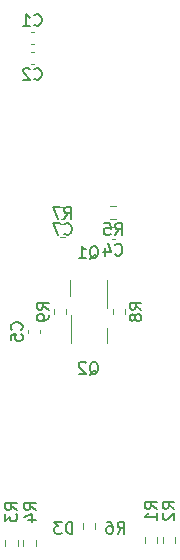
<source format=gbr>
%TF.GenerationSoftware,KiCad,Pcbnew,(6.0.9)*%
%TF.CreationDate,2022-11-21T22:18:44+02:00*%
%TF.ProjectId,esp32s2_devboard,65737033-3273-4325-9f64-6576626f6172,rev?*%
%TF.SameCoordinates,Original*%
%TF.FileFunction,Legend,Bot*%
%TF.FilePolarity,Positive*%
%FSLAX46Y46*%
G04 Gerber Fmt 4.6, Leading zero omitted, Abs format (unit mm)*
G04 Created by KiCad (PCBNEW (6.0.9)) date 2022-11-21 22:18:44*
%MOMM*%
%LPD*%
G01*
G04 APERTURE LIST*
%ADD10C,0.150000*%
%ADD11C,0.120000*%
G04 APERTURE END LIST*
D10*
%TO.C,D3*%
X161138095Y-93252380D02*
X161138095Y-92252380D01*
X160900000Y-92252380D01*
X160757142Y-92300000D01*
X160661904Y-92395238D01*
X160614285Y-92490476D01*
X160566666Y-92680952D01*
X160566666Y-92823809D01*
X160614285Y-93014285D01*
X160661904Y-93109523D01*
X160757142Y-93204761D01*
X160900000Y-93252380D01*
X161138095Y-93252380D01*
X160233333Y-92252380D02*
X159614285Y-92252380D01*
X159947619Y-92633333D01*
X159804761Y-92633333D01*
X159709523Y-92680952D01*
X159661904Y-92728571D01*
X159614285Y-92823809D01*
X159614285Y-93061904D01*
X159661904Y-93157142D01*
X159709523Y-93204761D01*
X159804761Y-93252380D01*
X160090476Y-93252380D01*
X160185714Y-93204761D01*
X160233333Y-93157142D01*
%TO.C,R9*%
X159122380Y-74283333D02*
X158646190Y-73950000D01*
X159122380Y-73711904D02*
X158122380Y-73711904D01*
X158122380Y-74092857D01*
X158170000Y-74188095D01*
X158217619Y-74235714D01*
X158312857Y-74283333D01*
X158455714Y-74283333D01*
X158550952Y-74235714D01*
X158598571Y-74188095D01*
X158646190Y-74092857D01*
X158646190Y-73711904D01*
X159122380Y-74759523D02*
X159122380Y-74950000D01*
X159074761Y-75045238D01*
X159027142Y-75092857D01*
X158884285Y-75188095D01*
X158693809Y-75235714D01*
X158312857Y-75235714D01*
X158217619Y-75188095D01*
X158170000Y-75140476D01*
X158122380Y-75045238D01*
X158122380Y-74854761D01*
X158170000Y-74759523D01*
X158217619Y-74711904D01*
X158312857Y-74664285D01*
X158550952Y-74664285D01*
X158646190Y-74711904D01*
X158693809Y-74759523D01*
X158741428Y-74854761D01*
X158741428Y-75045238D01*
X158693809Y-75140476D01*
X158646190Y-75188095D01*
X158550952Y-75235714D01*
%TO.C,R6*%
X164966666Y-93252380D02*
X165300000Y-92776190D01*
X165538095Y-93252380D02*
X165538095Y-92252380D01*
X165157142Y-92252380D01*
X165061904Y-92300000D01*
X165014285Y-92347619D01*
X164966666Y-92442857D01*
X164966666Y-92585714D01*
X165014285Y-92680952D01*
X165061904Y-92728571D01*
X165157142Y-92776190D01*
X165538095Y-92776190D01*
X164109523Y-92252380D02*
X164300000Y-92252380D01*
X164395238Y-92300000D01*
X164442857Y-92347619D01*
X164538095Y-92490476D01*
X164585714Y-92680952D01*
X164585714Y-93061904D01*
X164538095Y-93157142D01*
X164490476Y-93204761D01*
X164395238Y-93252380D01*
X164204761Y-93252380D01*
X164109523Y-93204761D01*
X164061904Y-93157142D01*
X164014285Y-93061904D01*
X164014285Y-92823809D01*
X164061904Y-92728571D01*
X164109523Y-92680952D01*
X164204761Y-92633333D01*
X164395238Y-92633333D01*
X164490476Y-92680952D01*
X164538095Y-92728571D01*
X164585714Y-92823809D01*
%TO.C,R4*%
X158052380Y-91233333D02*
X157576190Y-90900000D01*
X158052380Y-90661904D02*
X157052380Y-90661904D01*
X157052380Y-91042857D01*
X157100000Y-91138095D01*
X157147619Y-91185714D01*
X157242857Y-91233333D01*
X157385714Y-91233333D01*
X157480952Y-91185714D01*
X157528571Y-91138095D01*
X157576190Y-91042857D01*
X157576190Y-90661904D01*
X157385714Y-92090476D02*
X158052380Y-92090476D01*
X157004761Y-91852380D02*
X157719047Y-91614285D01*
X157719047Y-92233333D01*
%TO.C,R3*%
X156452380Y-91233333D02*
X155976190Y-90900000D01*
X156452380Y-90661904D02*
X155452380Y-90661904D01*
X155452380Y-91042857D01*
X155500000Y-91138095D01*
X155547619Y-91185714D01*
X155642857Y-91233333D01*
X155785714Y-91233333D01*
X155880952Y-91185714D01*
X155928571Y-91138095D01*
X155976190Y-91042857D01*
X155976190Y-90661904D01*
X155452380Y-91566666D02*
X155452380Y-92185714D01*
X155833333Y-91852380D01*
X155833333Y-91995238D01*
X155880952Y-92090476D01*
X155928571Y-92138095D01*
X156023809Y-92185714D01*
X156261904Y-92185714D01*
X156357142Y-92138095D01*
X156404761Y-92090476D01*
X156452380Y-91995238D01*
X156452380Y-91709523D01*
X156404761Y-91614285D01*
X156357142Y-91566666D01*
%TO.C,Q2*%
X162595238Y-79797620D02*
X162690476Y-79750001D01*
X162785714Y-79654762D01*
X162928571Y-79511905D01*
X163023809Y-79464286D01*
X163119047Y-79464286D01*
X163071428Y-79702381D02*
X163166666Y-79654762D01*
X163261904Y-79559524D01*
X163309523Y-79369048D01*
X163309523Y-79035715D01*
X163261904Y-78845239D01*
X163166666Y-78750001D01*
X163071428Y-78702381D01*
X162880952Y-78702381D01*
X162785714Y-78750001D01*
X162690476Y-78845239D01*
X162642857Y-79035715D01*
X162642857Y-79369048D01*
X162690476Y-79559524D01*
X162785714Y-79654762D01*
X162880952Y-79702381D01*
X163071428Y-79702381D01*
X162261904Y-78797620D02*
X162214285Y-78750001D01*
X162119047Y-78702381D01*
X161880952Y-78702381D01*
X161785714Y-78750001D01*
X161738095Y-78797620D01*
X161690476Y-78892858D01*
X161690476Y-78988096D01*
X161738095Y-79130953D01*
X162309523Y-79702381D01*
X161690476Y-79702381D01*
%TO.C,R1*%
X168272380Y-91138332D02*
X167796190Y-90804999D01*
X168272380Y-90566903D02*
X167272380Y-90566903D01*
X167272380Y-90947856D01*
X167320000Y-91043094D01*
X167367619Y-91090713D01*
X167462857Y-91138332D01*
X167605714Y-91138332D01*
X167700952Y-91090713D01*
X167748571Y-91043094D01*
X167796190Y-90947856D01*
X167796190Y-90566903D01*
X168272380Y-92090713D02*
X168272380Y-91519284D01*
X168272380Y-91804999D02*
X167272380Y-91804999D01*
X167415238Y-91709760D01*
X167510476Y-91614522D01*
X167558095Y-91519284D01*
%TO.C,C5*%
X156827142Y-75983333D02*
X156874761Y-75935714D01*
X156922380Y-75792857D01*
X156922380Y-75697619D01*
X156874761Y-75554761D01*
X156779523Y-75459523D01*
X156684285Y-75411904D01*
X156493809Y-75364285D01*
X156350952Y-75364285D01*
X156160476Y-75411904D01*
X156065238Y-75459523D01*
X155970000Y-75554761D01*
X155922380Y-75697619D01*
X155922380Y-75792857D01*
X155970000Y-75935714D01*
X156017619Y-75983333D01*
X155922380Y-76888095D02*
X155922380Y-76411904D01*
X156398571Y-76364285D01*
X156350952Y-76411904D01*
X156303333Y-76507142D01*
X156303333Y-76745238D01*
X156350952Y-76840476D01*
X156398571Y-76888095D01*
X156493809Y-76935714D01*
X156731904Y-76935714D01*
X156827142Y-76888095D01*
X156874761Y-76840476D01*
X156922380Y-76745238D01*
X156922380Y-76507142D01*
X156874761Y-76411904D01*
X156827142Y-76364285D01*
%TO.C,R2*%
X169772380Y-91138332D02*
X169296190Y-90804999D01*
X169772380Y-90566903D02*
X168772380Y-90566903D01*
X168772380Y-90947856D01*
X168820000Y-91043094D01*
X168867619Y-91090713D01*
X168962857Y-91138332D01*
X169105714Y-91138332D01*
X169200952Y-91090713D01*
X169248571Y-91043094D01*
X169296190Y-90947856D01*
X169296190Y-90566903D01*
X168867619Y-91519284D02*
X168820000Y-91566903D01*
X168772380Y-91662141D01*
X168772380Y-91900237D01*
X168820000Y-91995475D01*
X168867619Y-92043094D01*
X168962857Y-92090713D01*
X169058095Y-92090713D01*
X169200952Y-92043094D01*
X169772380Y-91471665D01*
X169772380Y-92090713D01*
%TO.C,R7*%
X160461666Y-66592379D02*
X160795000Y-66116189D01*
X161033095Y-66592379D02*
X161033095Y-65592379D01*
X160652142Y-65592379D01*
X160556904Y-65639999D01*
X160509285Y-65687618D01*
X160461666Y-65782856D01*
X160461666Y-65925713D01*
X160509285Y-66020951D01*
X160556904Y-66068570D01*
X160652142Y-66116189D01*
X161033095Y-66116189D01*
X160128333Y-65592379D02*
X159461666Y-65592379D01*
X159890238Y-66592379D01*
%TO.C,C2*%
X157916666Y-54737143D02*
X157964285Y-54784762D01*
X158107142Y-54832381D01*
X158202380Y-54832381D01*
X158345238Y-54784762D01*
X158440476Y-54689524D01*
X158488095Y-54594286D01*
X158535714Y-54403810D01*
X158535714Y-54260953D01*
X158488095Y-54070477D01*
X158440476Y-53975239D01*
X158345238Y-53880001D01*
X158202380Y-53832381D01*
X158107142Y-53832381D01*
X157964285Y-53880001D01*
X157916666Y-53927620D01*
X157535714Y-53927620D02*
X157488095Y-53880001D01*
X157392857Y-53832381D01*
X157154761Y-53832381D01*
X157059523Y-53880001D01*
X157011904Y-53927620D01*
X156964285Y-54022858D01*
X156964285Y-54118096D01*
X157011904Y-54260953D01*
X157583333Y-54832381D01*
X156964285Y-54832381D01*
%TO.C,C7*%
X160461666Y-67857141D02*
X160509285Y-67904760D01*
X160652142Y-67952379D01*
X160747380Y-67952379D01*
X160890238Y-67904760D01*
X160985476Y-67809522D01*
X161033095Y-67714284D01*
X161080714Y-67523808D01*
X161080714Y-67380951D01*
X161033095Y-67190475D01*
X160985476Y-67095237D01*
X160890238Y-66999999D01*
X160747380Y-66952379D01*
X160652142Y-66952379D01*
X160509285Y-66999999D01*
X160461666Y-67047618D01*
X160128333Y-66952379D02*
X159461666Y-66952379D01*
X159890238Y-67952379D01*
%TO.C,C4*%
X164761666Y-69607141D02*
X164809285Y-69654760D01*
X164952142Y-69702379D01*
X165047380Y-69702379D01*
X165190238Y-69654760D01*
X165285476Y-69559522D01*
X165333095Y-69464284D01*
X165380714Y-69273808D01*
X165380714Y-69130951D01*
X165333095Y-68940475D01*
X165285476Y-68845237D01*
X165190238Y-68749999D01*
X165047380Y-68702379D01*
X164952142Y-68702379D01*
X164809285Y-68749999D01*
X164761666Y-68797618D01*
X163904523Y-69035713D02*
X163904523Y-69702379D01*
X164142619Y-68654760D02*
X164380714Y-69369046D01*
X163761666Y-69369046D01*
%TO.C,Q1*%
X162595238Y-69997620D02*
X162690476Y-69950001D01*
X162785714Y-69854762D01*
X162928571Y-69711905D01*
X163023809Y-69664286D01*
X163119047Y-69664286D01*
X163071428Y-69902381D02*
X163166666Y-69854762D01*
X163261904Y-69759524D01*
X163309523Y-69569048D01*
X163309523Y-69235715D01*
X163261904Y-69045239D01*
X163166666Y-68950001D01*
X163071428Y-68902381D01*
X162880952Y-68902381D01*
X162785714Y-68950001D01*
X162690476Y-69045239D01*
X162642857Y-69235715D01*
X162642857Y-69569048D01*
X162690476Y-69759524D01*
X162785714Y-69854762D01*
X162880952Y-69902381D01*
X163071428Y-69902381D01*
X161690476Y-69902381D02*
X162261904Y-69902381D01*
X161976190Y-69902381D02*
X161976190Y-68902381D01*
X162071428Y-69045239D01*
X162166666Y-69140477D01*
X162261904Y-69188096D01*
%TO.C,C1*%
X157916666Y-50177142D02*
X157964285Y-50224761D01*
X158107142Y-50272380D01*
X158202380Y-50272380D01*
X158345238Y-50224761D01*
X158440476Y-50129523D01*
X158488095Y-50034285D01*
X158535714Y-49843809D01*
X158535714Y-49700952D01*
X158488095Y-49510476D01*
X158440476Y-49415238D01*
X158345238Y-49320000D01*
X158202380Y-49272380D01*
X158107142Y-49272380D01*
X157964285Y-49320000D01*
X157916666Y-49367619D01*
X156964285Y-50272380D02*
X157535714Y-50272380D01*
X157250000Y-50272380D02*
X157250000Y-49272380D01*
X157345238Y-49415238D01*
X157440476Y-49510476D01*
X157535714Y-49558095D01*
%TO.C,R5*%
X164761666Y-67952379D02*
X165095000Y-67476189D01*
X165333095Y-67952379D02*
X165333095Y-66952379D01*
X164952142Y-66952379D01*
X164856904Y-66999999D01*
X164809285Y-67047618D01*
X164761666Y-67142856D01*
X164761666Y-67285713D01*
X164809285Y-67380951D01*
X164856904Y-67428570D01*
X164952142Y-67476189D01*
X165333095Y-67476189D01*
X163856904Y-66952379D02*
X164333095Y-66952379D01*
X164380714Y-67428570D01*
X164333095Y-67380951D01*
X164237857Y-67333332D01*
X163999761Y-67333332D01*
X163904523Y-67380951D01*
X163856904Y-67428570D01*
X163809285Y-67523808D01*
X163809285Y-67761903D01*
X163856904Y-67857141D01*
X163904523Y-67904760D01*
X163999761Y-67952379D01*
X164237857Y-67952379D01*
X164333095Y-67904760D01*
X164380714Y-67857141D01*
%TO.C,R8*%
X166982380Y-74283333D02*
X166506190Y-73950000D01*
X166982380Y-73711904D02*
X165982380Y-73711904D01*
X165982380Y-74092857D01*
X166030000Y-74188095D01*
X166077619Y-74235714D01*
X166172857Y-74283333D01*
X166315714Y-74283333D01*
X166410952Y-74235714D01*
X166458571Y-74188095D01*
X166506190Y-74092857D01*
X166506190Y-73711904D01*
X166410952Y-74854761D02*
X166363333Y-74759523D01*
X166315714Y-74711904D01*
X166220476Y-74664285D01*
X166172857Y-74664285D01*
X166077619Y-74711904D01*
X166030000Y-74759523D01*
X165982380Y-74854761D01*
X165982380Y-75045238D01*
X166030000Y-75140476D01*
X166077619Y-75188095D01*
X166172857Y-75235714D01*
X166220476Y-75235714D01*
X166315714Y-75188095D01*
X166363333Y-75140476D01*
X166410952Y-75045238D01*
X166410952Y-74854761D01*
X166458571Y-74759523D01*
X166506190Y-74711904D01*
X166601428Y-74664285D01*
X166791904Y-74664285D01*
X166887142Y-74711904D01*
X166934761Y-74759523D01*
X166982380Y-74854761D01*
X166982380Y-75045238D01*
X166934761Y-75140476D01*
X166887142Y-75188095D01*
X166791904Y-75235714D01*
X166601428Y-75235714D01*
X166506190Y-75188095D01*
X166458571Y-75140476D01*
X166410952Y-75045238D01*
D11*
%TO.C,R9*%
X159577500Y-74212742D02*
X159577500Y-74687258D01*
X160622500Y-74212742D02*
X160622500Y-74687258D01*
%TO.C,R6*%
X163082500Y-92380241D02*
X163082500Y-92854757D01*
X162037500Y-92380241D02*
X162037500Y-92854757D01*
%TO.C,R4*%
X158022500Y-93817741D02*
X158022500Y-94292257D01*
X156977500Y-93817741D02*
X156977500Y-94292257D01*
%TO.C,R3*%
X156522500Y-93817741D02*
X156522500Y-94292257D01*
X155477500Y-93817741D02*
X155477500Y-94292257D01*
%TO.C,Q2*%
X160990000Y-76450001D02*
X160990000Y-74775001D01*
X160990000Y-76450001D02*
X160990000Y-77100001D01*
X164110000Y-76450001D02*
X164110000Y-77100001D01*
X164110000Y-76450001D02*
X164110000Y-75800001D01*
%TO.C,R1*%
X167297500Y-93567741D02*
X167297500Y-94042257D01*
X168342500Y-93567741D02*
X168342500Y-94042257D01*
%TO.C,C5*%
X158410000Y-76009420D02*
X158410000Y-76290580D01*
X157390000Y-76009420D02*
X157390000Y-76290580D01*
%TO.C,R2*%
X169842500Y-93567741D02*
X169842500Y-94042257D01*
X168797500Y-93567741D02*
X168797500Y-94042257D01*
%TO.C,R7*%
X160532258Y-67047499D02*
X160057742Y-67047499D01*
X160532258Y-68092499D02*
X160057742Y-68092499D01*
%TO.C,C2*%
X157609420Y-52440001D02*
X157890580Y-52440001D01*
X157609420Y-53460001D02*
X157890580Y-53460001D01*
%TO.C,C7*%
X160154420Y-66579999D02*
X160435580Y-66579999D01*
X160154420Y-65559999D02*
X160435580Y-65559999D01*
%TO.C,C4*%
X164454420Y-68329999D02*
X164735580Y-68329999D01*
X164454420Y-67309999D02*
X164735580Y-67309999D01*
%TO.C,Q1*%
X164060000Y-72450001D02*
X164060000Y-71800001D01*
X160940000Y-72450001D02*
X160940000Y-73100001D01*
X160940000Y-72450001D02*
X160940000Y-71800001D01*
X164060000Y-72450001D02*
X164060000Y-74125001D01*
%TO.C,C1*%
X157890580Y-51760000D02*
X157609420Y-51760000D01*
X157890580Y-50740000D02*
X157609420Y-50740000D01*
%TO.C,R5*%
X164357742Y-66592499D02*
X164832258Y-66592499D01*
X164357742Y-65547499D02*
X164832258Y-65547499D01*
%TO.C,R8*%
X165622500Y-74687258D02*
X165622500Y-74212742D01*
X164577500Y-74687258D02*
X164577500Y-74212742D01*
%TD*%
M02*

</source>
